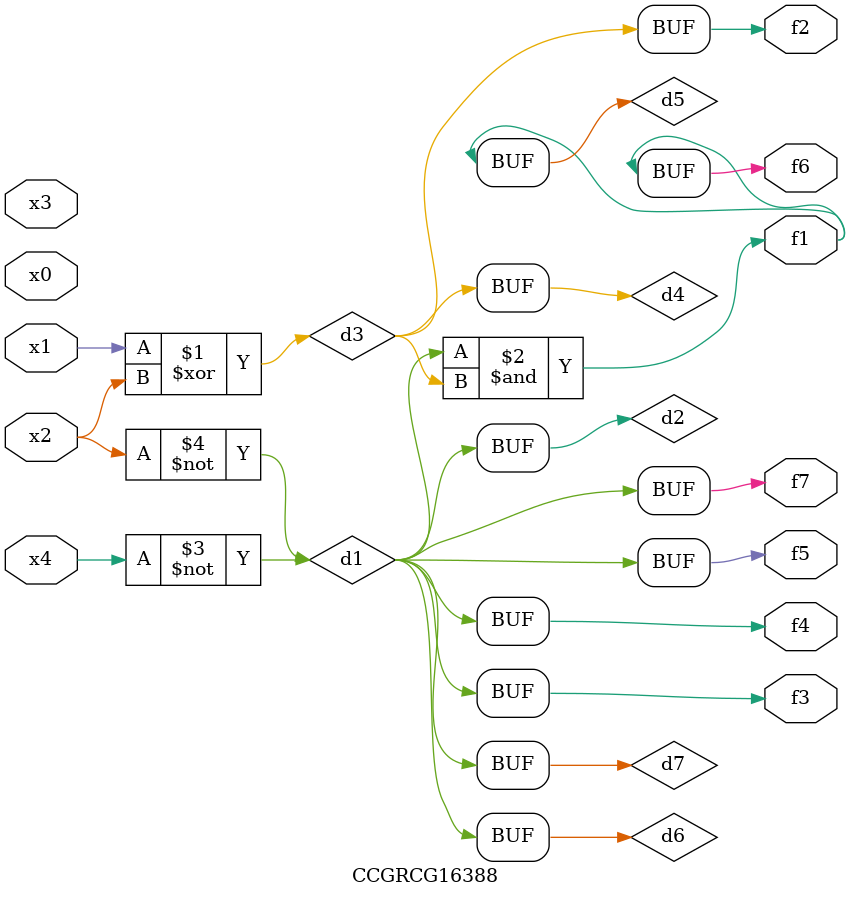
<source format=v>
module CCGRCG16388(
	input x0, x1, x2, x3, x4,
	output f1, f2, f3, f4, f5, f6, f7
);

	wire d1, d2, d3, d4, d5, d6, d7;

	not (d1, x4);
	not (d2, x2);
	xor (d3, x1, x2);
	buf (d4, d3);
	and (d5, d1, d3);
	buf (d6, d1, d2);
	buf (d7, d2);
	assign f1 = d5;
	assign f2 = d4;
	assign f3 = d7;
	assign f4 = d7;
	assign f5 = d7;
	assign f6 = d5;
	assign f7 = d7;
endmodule

</source>
